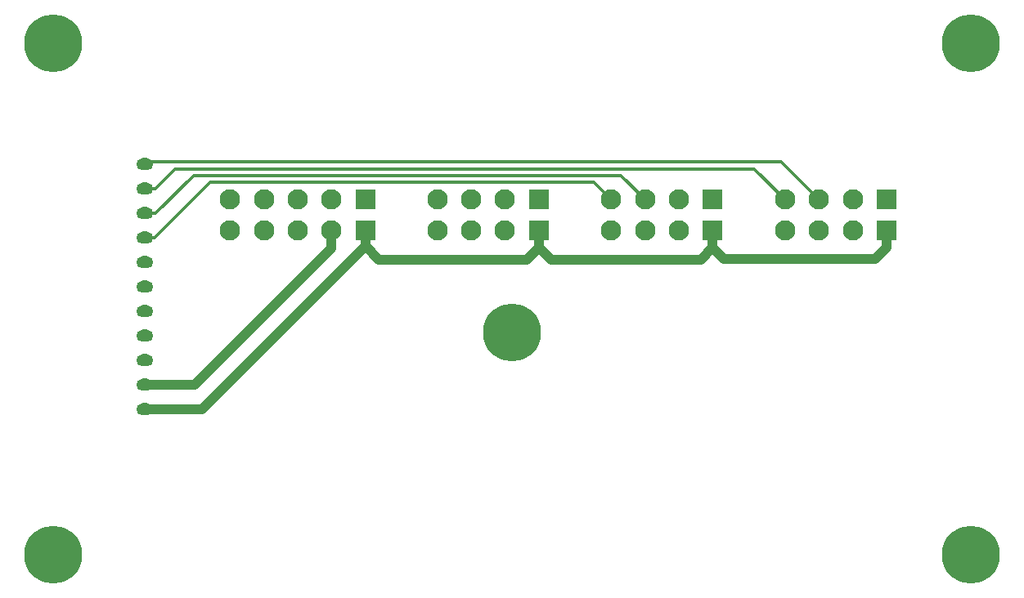
<source format=gtl>
G04*
G04 #@! TF.GenerationSoftware,Altium Limited,CircuitStudio,1.5.2 (30)*
G04*
G04 Layer_Physical_Order=1*
G04 Layer_Color=11767835*
%FSLAX25Y25*%
%MOIN*%
G70*
G01*
G75*
%ADD10C,0.01181*%
%ADD11C,0.03937*%
%ADD12C,0.23622*%
%ADD13C,0.08268*%
%ADD14R,0.08268X0.08268*%
%ADD15O,0.06800X0.05000*%
D10*
X1703901Y1304527D02*
X1719256Y1289173D01*
X1445437Y1304527D02*
X1703901D01*
X1444650Y1303740D02*
X1445437Y1304527D01*
X1692878Y1301772D02*
X1705476Y1289173D01*
X1456854Y1301772D02*
X1692878D01*
X1448823Y1293740D02*
X1456854Y1301772D01*
X1638547Y1299016D02*
X1648390Y1289173D01*
X1464334Y1299016D02*
X1638547D01*
X1448980Y1283661D02*
X1464334Y1299016D01*
X1627523Y1296260D02*
X1634610Y1289173D01*
X1471027Y1296260D02*
X1627523D01*
X1448547Y1273779D02*
X1471027Y1296260D01*
X1444650Y1293740D02*
X1448823D01*
X1444610Y1273779D02*
X1448547D01*
X1445437Y1283661D02*
X1448980D01*
D11*
X1534413Y1270275D02*
Y1276575D01*
X1520634Y1269488D02*
Y1276575D01*
X1534413Y1270275D02*
X1539925Y1264764D01*
X1600161D01*
X1605083Y1269685D01*
X1610004Y1264764D01*
X1605083Y1269685D02*
Y1276575D01*
X1610004Y1264764D02*
X1671028D01*
X1675949Y1269685D01*
Y1269685D02*
Y1276575D01*
Y1269685D02*
X1680476Y1265157D01*
X1742287D01*
X1746815Y1269685D01*
Y1276575D01*
X1464728Y1213583D02*
X1520634Y1269488D01*
X1467878Y1203740D02*
X1534413Y1270275D01*
X1444256Y1203740D02*
X1467878D01*
X1444650Y1213583D02*
X1464728D01*
D12*
X1594256Y1234842D02*
D03*
X1407248Y1352953D02*
D03*
Y1144291D02*
D03*
X1781264Y1352953D02*
D03*
Y1144291D02*
D03*
D13*
X1563744Y1276575D02*
D03*
X1577524D02*
D03*
X1591303D02*
D03*
X1634610D02*
D03*
X1648390D02*
D03*
X1662169D02*
D03*
X1705476D02*
D03*
X1719256D02*
D03*
X1733035D02*
D03*
X1506854D02*
D03*
X1520634D02*
D03*
X1493075D02*
D03*
X1479295D02*
D03*
X1479295Y1289173D02*
D03*
X1493075D02*
D03*
X1520634D02*
D03*
X1506854D02*
D03*
X1591303D02*
D03*
X1577524D02*
D03*
X1563744D02*
D03*
X1662169D02*
D03*
X1648390D02*
D03*
X1634610D02*
D03*
X1733035D02*
D03*
X1719256D02*
D03*
X1705476D02*
D03*
D14*
X1605083Y1276575D02*
D03*
X1675949D02*
D03*
X1746815D02*
D03*
X1534413D02*
D03*
X1534413Y1289173D02*
D03*
X1605083D02*
D03*
X1675949D02*
D03*
X1746815D02*
D03*
D15*
X1444650Y1203740D02*
D03*
Y1213740D02*
D03*
Y1223740D02*
D03*
Y1233740D02*
D03*
Y1253740D02*
D03*
Y1243740D02*
D03*
Y1293740D02*
D03*
Y1303740D02*
D03*
Y1283740D02*
D03*
Y1273740D02*
D03*
Y1263740D02*
D03*
M02*

</source>
